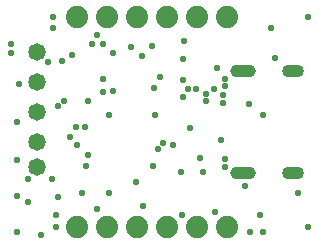
<source format=gbr>
%TF.GenerationSoftware,Altium Limited,Altium Designer,19.0.15 (446)*%
G04 Layer_Color=16711935*
%FSLAX45Y45*%
%MOMM*%
%TF.FileFunction,Soldermask,Bot*%
%TF.Part,Single*%
G01*
G75*
%TA.AperFunction,SMDPad,CuDef*%
%ADD39C,1.48000*%
%TA.AperFunction,ComponentPad*%
%ADD40C,1.88000*%
G04:AMPARAMS|DCode=41|XSize=1.08mm|YSize=1.88mm|CornerRadius=0.54mm|HoleSize=0mm|Usage=FLASHONLY|Rotation=90.000|XOffset=0mm|YOffset=0mm|HoleType=Round|Shape=RoundedRectangle|*
%AMROUNDEDRECTD41*
21,1,1.08000,0.80000,0,0,90.0*
21,1,0.00000,1.88000,0,0,90.0*
1,1,1.08000,0.40000,0.00000*
1,1,1.08000,0.40000,0.00000*
1,1,1.08000,-0.40000,0.00000*
1,1,1.08000,-0.40000,0.00000*
%
%ADD41ROUNDEDRECTD41*%
G04:AMPARAMS|DCode=42|XSize=1.08mm|YSize=2.18mm|CornerRadius=0.54mm|HoleSize=0mm|Usage=FLASHONLY|Rotation=90.000|XOffset=0mm|YOffset=0mm|HoleType=Round|Shape=RoundedRectangle|*
%AMROUNDEDRECTD42*
21,1,1.08000,1.10000,0,0,90.0*
21,1,0.00000,2.18000,0,0,90.0*
1,1,1.08000,0.55000,0.00000*
1,1,1.08000,0.55000,0.00000*
1,1,1.08000,-0.55000,0.00000*
1,1,1.08000,-0.55000,0.00000*
%
%ADD42ROUNDEDRECTD42*%
%ADD43C,0.08000*%
%TA.AperFunction,ViaPad*%
%ADD44C,0.58000*%
D39*
X9563100Y6057900D02*
D03*
Y6311900D02*
D03*
Y6565900D02*
D03*
Y6819900D02*
D03*
Y5842000D02*
D03*
D40*
X10414000Y5334000D02*
D03*
X10668000D02*
D03*
X10160000D02*
D03*
X9906000D02*
D03*
X10922000D02*
D03*
X11176000D02*
D03*
X10414000Y7112000D02*
D03*
X10668000D02*
D03*
X10160000D02*
D03*
X9906000D02*
D03*
X10922000D02*
D03*
X11176000D02*
D03*
D41*
X11731250Y6655000D02*
D03*
Y5791000D02*
D03*
D42*
X11313250Y6655000D02*
D03*
Y5791000D02*
D03*
D43*
X11363250Y5934000D02*
D03*
Y6512000D02*
D03*
D44*
X9779000Y6741645D02*
D03*
X11090000Y6682944D02*
D03*
X11480800Y5295900D02*
D03*
X11366500D02*
D03*
X9731968Y5435600D02*
D03*
Y5332500D02*
D03*
X10561660Y6512000D02*
D03*
X10071100Y6959600D02*
D03*
X10604500Y6604000D02*
D03*
X10998200Y6400800D02*
D03*
X11067800Y6506168D02*
D03*
X11480800Y6286500D02*
D03*
X10464800Y5511800D02*
D03*
X10071100Y5486400D02*
D03*
X11582400Y6769100D02*
D03*
X11363250Y6375400D02*
D03*
X11137900Y6388100D02*
D03*
X11328400Y5686000D02*
D03*
X11125200Y6070600D02*
D03*
X11160000Y5912198D02*
D03*
Y5842000D02*
D03*
X11772900Y5624600D02*
D03*
X10548496Y5854700D02*
D03*
X10210800Y6489700D02*
D03*
X9994900Y6400800D02*
D03*
Y5943600D02*
D03*
X9969500Y6184900D02*
D03*
X9486900Y5549900D02*
D03*
X9893300Y6184900D02*
D03*
X9486900Y5740400D02*
D03*
X10795000Y5435600D02*
D03*
X9842500Y6098000D02*
D03*
X11074400Y5461000D02*
D03*
X9906000Y6032500D02*
D03*
X10172700Y5624600D02*
D03*
X9982200Y5854700D02*
D03*
X9791700Y6400800D02*
D03*
X9740900Y6362700D02*
D03*
X9661257Y6731000D02*
D03*
X10172700Y6286500D02*
D03*
X10566400D02*
D03*
X10121900Y6888005D02*
D03*
Y6477000D02*
D03*
X9690100Y5740400D02*
D03*
X10409022Y5716600D02*
D03*
X10591800Y5994400D02*
D03*
X10629900Y6048000D02*
D03*
X9740900Y5588000D02*
D03*
X9944100Y5624600D02*
D03*
X9605000Y5270500D02*
D03*
X9398000Y5295900D02*
D03*
Y5600700D02*
D03*
Y5903000D02*
D03*
Y6223000D02*
D03*
X9410700Y6543000D02*
D03*
X9347200Y6883400D02*
D03*
Y6804130D02*
D03*
X9702800Y7112000D02*
D03*
Y7023100D02*
D03*
X9860689Y6789011D02*
D03*
X10033000Y6883400D02*
D03*
X10121900Y6591300D02*
D03*
X10452100Y6781800D02*
D03*
X10363200Y6858000D02*
D03*
X10210800Y6807200D02*
D03*
X11544300Y7021600D02*
D03*
X11861800Y7112000D02*
D03*
X10947400Y5916600D02*
D03*
X10858500Y6172200D02*
D03*
X10718800Y6032500D02*
D03*
X10782300Y5803900D02*
D03*
X10972800D02*
D03*
X11160000Y6591300D02*
D03*
Y6527800D02*
D03*
X10538070Y6870700D02*
D03*
X10803700Y6756400D02*
D03*
X10807700Y6908800D02*
D03*
X10803700Y6434900D02*
D03*
Y6578600D02*
D03*
X10909300Y6506168D02*
D03*
X10845800D02*
D03*
X10998200Y6464300D02*
D03*
X11137900Y6451600D02*
D03*
X11455400Y5435600D02*
D03*
X11861800Y5334000D02*
D03*
%TF.MD5,a08707f6e7ef91a2d4ef8eff0f27449c*%
M02*

</source>
